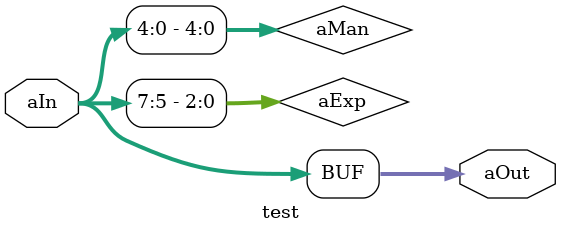
<source format=v>
module test(
	input [7:0] aIn,
	output [7:0] aOut
);

wire [2:0] aExp;
wire [4:0] aMan;

assign aExp = aIn[7:5];
assign aMan = aIn[4:0];

assign aOut = {aExp, aMan};

endmodule
</source>
